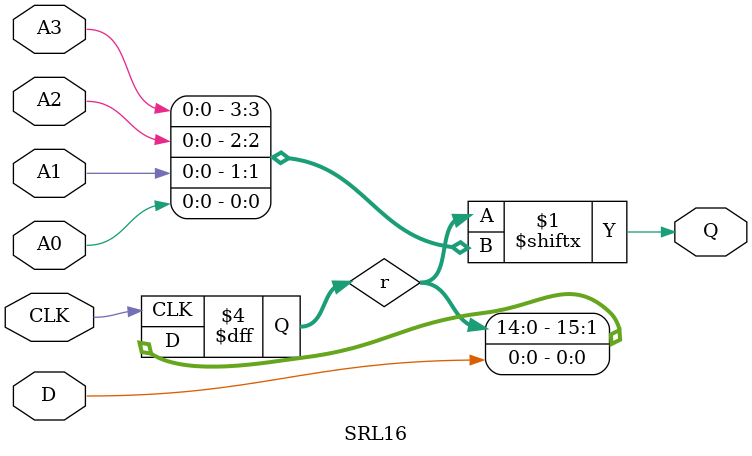
<source format=v>
module SRL16 (
  output Q,
  input A0, A1, A2, A3,
  (* clkbuf_sink *)
  input CLK,
  input D
);
  parameter [15:0] INIT = 16'h0000;
  reg [15:0] r = INIT;
  assign Q = r[{A3,A2,A1,A0}];
  always @(posedge CLK) r <= { r[14:0], D };
  specify
    // Max delay from: https://github.com/SymbiFlow/prjxray-db/blob/34ea6eb08a63d21ec16264ad37a0a7b142ff6031/artix7/timings/CLBLM_R.sdf#L905
    (posedge CLK => (Q : 1'bx)) = 1472;
    // Max delay from: https://github.com/SymbiFlow/prjxray-db/blob/34ea6eb08a63d21ec16264ad37a0a7b142ff6031/artix7/timings/CLBLM_R.sdf#L912
    $setup(D , posedge CLK, 173);
    (A0 => Q) = 631;
    (A1 => Q) = 472;
    (A2 => Q) = 407;
    (A3 => Q) = 238;
  endspecify
endmodule
</source>
